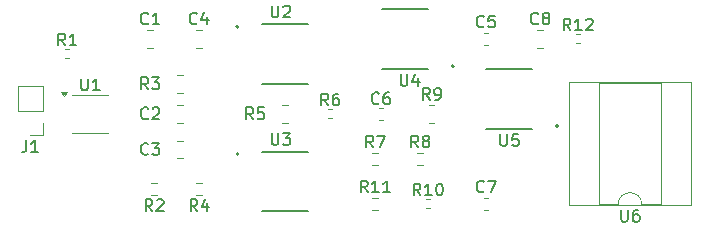
<source format=gbr>
%TF.GenerationSoftware,KiCad,Pcbnew,8.0.4*%
%TF.CreationDate,2024-11-18T10:32:11-08:00*%
%TF.ProjectId,Channel,4368616e-6e65-46c2-9e6b-696361645f70,rev?*%
%TF.SameCoordinates,Original*%
%TF.FileFunction,Legend,Top*%
%TF.FilePolarity,Positive*%
%FSLAX46Y46*%
G04 Gerber Fmt 4.6, Leading zero omitted, Abs format (unit mm)*
G04 Created by KiCad (PCBNEW 8.0.4) date 2024-11-18 10:32:11*
%MOMM*%
%LPD*%
G01*
G04 APERTURE LIST*
%ADD10C,0.150000*%
%ADD11C,0.120000*%
%ADD12C,0.127000*%
%ADD13C,0.200000*%
G04 APERTURE END LIST*
D10*
X130038095Y-89404819D02*
X130038095Y-90214342D01*
X130038095Y-90214342D02*
X130085714Y-90309580D01*
X130085714Y-90309580D02*
X130133333Y-90357200D01*
X130133333Y-90357200D02*
X130228571Y-90404819D01*
X130228571Y-90404819D02*
X130419047Y-90404819D01*
X130419047Y-90404819D02*
X130514285Y-90357200D01*
X130514285Y-90357200D02*
X130561904Y-90309580D01*
X130561904Y-90309580D02*
X130609523Y-90214342D01*
X130609523Y-90214342D02*
X130609523Y-89404819D01*
X131514285Y-89404819D02*
X131323809Y-89404819D01*
X131323809Y-89404819D02*
X131228571Y-89452438D01*
X131228571Y-89452438D02*
X131180952Y-89500057D01*
X131180952Y-89500057D02*
X131085714Y-89642914D01*
X131085714Y-89642914D02*
X131038095Y-89833390D01*
X131038095Y-89833390D02*
X131038095Y-90214342D01*
X131038095Y-90214342D02*
X131085714Y-90309580D01*
X131085714Y-90309580D02*
X131133333Y-90357200D01*
X131133333Y-90357200D02*
X131228571Y-90404819D01*
X131228571Y-90404819D02*
X131419047Y-90404819D01*
X131419047Y-90404819D02*
X131514285Y-90357200D01*
X131514285Y-90357200D02*
X131561904Y-90309580D01*
X131561904Y-90309580D02*
X131609523Y-90214342D01*
X131609523Y-90214342D02*
X131609523Y-89976247D01*
X131609523Y-89976247D02*
X131561904Y-89881009D01*
X131561904Y-89881009D02*
X131514285Y-89833390D01*
X131514285Y-89833390D02*
X131419047Y-89785771D01*
X131419047Y-89785771D02*
X131228571Y-89785771D01*
X131228571Y-89785771D02*
X131133333Y-89833390D01*
X131133333Y-89833390D02*
X131085714Y-89881009D01*
X131085714Y-89881009D02*
X131038095Y-89976247D01*
X118438333Y-87829580D02*
X118390714Y-87877200D01*
X118390714Y-87877200D02*
X118247857Y-87924819D01*
X118247857Y-87924819D02*
X118152619Y-87924819D01*
X118152619Y-87924819D02*
X118009762Y-87877200D01*
X118009762Y-87877200D02*
X117914524Y-87781961D01*
X117914524Y-87781961D02*
X117866905Y-87686723D01*
X117866905Y-87686723D02*
X117819286Y-87496247D01*
X117819286Y-87496247D02*
X117819286Y-87353390D01*
X117819286Y-87353390D02*
X117866905Y-87162914D01*
X117866905Y-87162914D02*
X117914524Y-87067676D01*
X117914524Y-87067676D02*
X118009762Y-86972438D01*
X118009762Y-86972438D02*
X118152619Y-86924819D01*
X118152619Y-86924819D02*
X118247857Y-86924819D01*
X118247857Y-86924819D02*
X118390714Y-86972438D01*
X118390714Y-86972438D02*
X118438333Y-87020057D01*
X118771667Y-86924819D02*
X119438333Y-86924819D01*
X119438333Y-86924819D02*
X119009762Y-87924819D01*
X84328095Y-78284819D02*
X84328095Y-79094342D01*
X84328095Y-79094342D02*
X84375714Y-79189580D01*
X84375714Y-79189580D02*
X84423333Y-79237200D01*
X84423333Y-79237200D02*
X84518571Y-79284819D01*
X84518571Y-79284819D02*
X84709047Y-79284819D01*
X84709047Y-79284819D02*
X84804285Y-79237200D01*
X84804285Y-79237200D02*
X84851904Y-79189580D01*
X84851904Y-79189580D02*
X84899523Y-79094342D01*
X84899523Y-79094342D02*
X84899523Y-78284819D01*
X85899523Y-79284819D02*
X85328095Y-79284819D01*
X85613809Y-79284819D02*
X85613809Y-78284819D01*
X85613809Y-78284819D02*
X85518571Y-78427676D01*
X85518571Y-78427676D02*
X85423333Y-78522914D01*
X85423333Y-78522914D02*
X85328095Y-78570533D01*
X90003333Y-84649580D02*
X89955714Y-84697200D01*
X89955714Y-84697200D02*
X89812857Y-84744819D01*
X89812857Y-84744819D02*
X89717619Y-84744819D01*
X89717619Y-84744819D02*
X89574762Y-84697200D01*
X89574762Y-84697200D02*
X89479524Y-84601961D01*
X89479524Y-84601961D02*
X89431905Y-84506723D01*
X89431905Y-84506723D02*
X89384286Y-84316247D01*
X89384286Y-84316247D02*
X89384286Y-84173390D01*
X89384286Y-84173390D02*
X89431905Y-83982914D01*
X89431905Y-83982914D02*
X89479524Y-83887676D01*
X89479524Y-83887676D02*
X89574762Y-83792438D01*
X89574762Y-83792438D02*
X89717619Y-83744819D01*
X89717619Y-83744819D02*
X89812857Y-83744819D01*
X89812857Y-83744819D02*
X89955714Y-83792438D01*
X89955714Y-83792438D02*
X90003333Y-83840057D01*
X90336667Y-83744819D02*
X90955714Y-83744819D01*
X90955714Y-83744819D02*
X90622381Y-84125771D01*
X90622381Y-84125771D02*
X90765238Y-84125771D01*
X90765238Y-84125771D02*
X90860476Y-84173390D01*
X90860476Y-84173390D02*
X90908095Y-84221009D01*
X90908095Y-84221009D02*
X90955714Y-84316247D01*
X90955714Y-84316247D02*
X90955714Y-84554342D01*
X90955714Y-84554342D02*
X90908095Y-84649580D01*
X90908095Y-84649580D02*
X90860476Y-84697200D01*
X90860476Y-84697200D02*
X90765238Y-84744819D01*
X90765238Y-84744819D02*
X90479524Y-84744819D01*
X90479524Y-84744819D02*
X90384286Y-84697200D01*
X90384286Y-84697200D02*
X90336667Y-84649580D01*
X90003333Y-81639580D02*
X89955714Y-81687200D01*
X89955714Y-81687200D02*
X89812857Y-81734819D01*
X89812857Y-81734819D02*
X89717619Y-81734819D01*
X89717619Y-81734819D02*
X89574762Y-81687200D01*
X89574762Y-81687200D02*
X89479524Y-81591961D01*
X89479524Y-81591961D02*
X89431905Y-81496723D01*
X89431905Y-81496723D02*
X89384286Y-81306247D01*
X89384286Y-81306247D02*
X89384286Y-81163390D01*
X89384286Y-81163390D02*
X89431905Y-80972914D01*
X89431905Y-80972914D02*
X89479524Y-80877676D01*
X89479524Y-80877676D02*
X89574762Y-80782438D01*
X89574762Y-80782438D02*
X89717619Y-80734819D01*
X89717619Y-80734819D02*
X89812857Y-80734819D01*
X89812857Y-80734819D02*
X89955714Y-80782438D01*
X89955714Y-80782438D02*
X90003333Y-80830057D01*
X90384286Y-80830057D02*
X90431905Y-80782438D01*
X90431905Y-80782438D02*
X90527143Y-80734819D01*
X90527143Y-80734819D02*
X90765238Y-80734819D01*
X90765238Y-80734819D02*
X90860476Y-80782438D01*
X90860476Y-80782438D02*
X90908095Y-80830057D01*
X90908095Y-80830057D02*
X90955714Y-80925295D01*
X90955714Y-80925295D02*
X90955714Y-81020533D01*
X90955714Y-81020533D02*
X90908095Y-81163390D01*
X90908095Y-81163390D02*
X90336667Y-81734819D01*
X90336667Y-81734819D02*
X90955714Y-81734819D01*
X90003333Y-73609580D02*
X89955714Y-73657200D01*
X89955714Y-73657200D02*
X89812857Y-73704819D01*
X89812857Y-73704819D02*
X89717619Y-73704819D01*
X89717619Y-73704819D02*
X89574762Y-73657200D01*
X89574762Y-73657200D02*
X89479524Y-73561961D01*
X89479524Y-73561961D02*
X89431905Y-73466723D01*
X89431905Y-73466723D02*
X89384286Y-73276247D01*
X89384286Y-73276247D02*
X89384286Y-73133390D01*
X89384286Y-73133390D02*
X89431905Y-72942914D01*
X89431905Y-72942914D02*
X89479524Y-72847676D01*
X89479524Y-72847676D02*
X89574762Y-72752438D01*
X89574762Y-72752438D02*
X89717619Y-72704819D01*
X89717619Y-72704819D02*
X89812857Y-72704819D01*
X89812857Y-72704819D02*
X89955714Y-72752438D01*
X89955714Y-72752438D02*
X90003333Y-72800057D01*
X90955714Y-73704819D02*
X90384286Y-73704819D01*
X90670000Y-73704819D02*
X90670000Y-72704819D01*
X90670000Y-72704819D02*
X90574762Y-72847676D01*
X90574762Y-72847676D02*
X90479524Y-72942914D01*
X90479524Y-72942914D02*
X90384286Y-72990533D01*
X100453095Y-82912819D02*
X100453095Y-83722342D01*
X100453095Y-83722342D02*
X100500714Y-83817580D01*
X100500714Y-83817580D02*
X100548333Y-83865200D01*
X100548333Y-83865200D02*
X100643571Y-83912819D01*
X100643571Y-83912819D02*
X100834047Y-83912819D01*
X100834047Y-83912819D02*
X100929285Y-83865200D01*
X100929285Y-83865200D02*
X100976904Y-83817580D01*
X100976904Y-83817580D02*
X101024523Y-83722342D01*
X101024523Y-83722342D02*
X101024523Y-82912819D01*
X101405476Y-82912819D02*
X102024523Y-82912819D01*
X102024523Y-82912819D02*
X101691190Y-83293771D01*
X101691190Y-83293771D02*
X101834047Y-83293771D01*
X101834047Y-83293771D02*
X101929285Y-83341390D01*
X101929285Y-83341390D02*
X101976904Y-83389009D01*
X101976904Y-83389009D02*
X102024523Y-83484247D01*
X102024523Y-83484247D02*
X102024523Y-83722342D01*
X102024523Y-83722342D02*
X101976904Y-83817580D01*
X101976904Y-83817580D02*
X101929285Y-83865200D01*
X101929285Y-83865200D02*
X101834047Y-83912819D01*
X101834047Y-83912819D02*
X101548333Y-83912819D01*
X101548333Y-83912819D02*
X101453095Y-83865200D01*
X101453095Y-83865200D02*
X101405476Y-83817580D01*
X90360833Y-89514819D02*
X90027500Y-89038628D01*
X89789405Y-89514819D02*
X89789405Y-88514819D01*
X89789405Y-88514819D02*
X90170357Y-88514819D01*
X90170357Y-88514819D02*
X90265595Y-88562438D01*
X90265595Y-88562438D02*
X90313214Y-88610057D01*
X90313214Y-88610057D02*
X90360833Y-88705295D01*
X90360833Y-88705295D02*
X90360833Y-88848152D01*
X90360833Y-88848152D02*
X90313214Y-88943390D01*
X90313214Y-88943390D02*
X90265595Y-88991009D01*
X90265595Y-88991009D02*
X90170357Y-89038628D01*
X90170357Y-89038628D02*
X89789405Y-89038628D01*
X90741786Y-88610057D02*
X90789405Y-88562438D01*
X90789405Y-88562438D02*
X90884643Y-88514819D01*
X90884643Y-88514819D02*
X91122738Y-88514819D01*
X91122738Y-88514819D02*
X91217976Y-88562438D01*
X91217976Y-88562438D02*
X91265595Y-88610057D01*
X91265595Y-88610057D02*
X91313214Y-88705295D01*
X91313214Y-88705295D02*
X91313214Y-88800533D01*
X91313214Y-88800533D02*
X91265595Y-88943390D01*
X91265595Y-88943390D02*
X90694167Y-89514819D01*
X90694167Y-89514819D02*
X91313214Y-89514819D01*
X105243333Y-80564819D02*
X104910000Y-80088628D01*
X104671905Y-80564819D02*
X104671905Y-79564819D01*
X104671905Y-79564819D02*
X105052857Y-79564819D01*
X105052857Y-79564819D02*
X105148095Y-79612438D01*
X105148095Y-79612438D02*
X105195714Y-79660057D01*
X105195714Y-79660057D02*
X105243333Y-79755295D01*
X105243333Y-79755295D02*
X105243333Y-79898152D01*
X105243333Y-79898152D02*
X105195714Y-79993390D01*
X105195714Y-79993390D02*
X105148095Y-80041009D01*
X105148095Y-80041009D02*
X105052857Y-80088628D01*
X105052857Y-80088628D02*
X104671905Y-80088628D01*
X106100476Y-79564819D02*
X105910000Y-79564819D01*
X105910000Y-79564819D02*
X105814762Y-79612438D01*
X105814762Y-79612438D02*
X105767143Y-79660057D01*
X105767143Y-79660057D02*
X105671905Y-79802914D01*
X105671905Y-79802914D02*
X105624286Y-79993390D01*
X105624286Y-79993390D02*
X105624286Y-80374342D01*
X105624286Y-80374342D02*
X105671905Y-80469580D01*
X105671905Y-80469580D02*
X105719524Y-80517200D01*
X105719524Y-80517200D02*
X105814762Y-80564819D01*
X105814762Y-80564819D02*
X106005238Y-80564819D01*
X106005238Y-80564819D02*
X106100476Y-80517200D01*
X106100476Y-80517200D02*
X106148095Y-80469580D01*
X106148095Y-80469580D02*
X106195714Y-80374342D01*
X106195714Y-80374342D02*
X106195714Y-80136247D01*
X106195714Y-80136247D02*
X106148095Y-80041009D01*
X106148095Y-80041009D02*
X106100476Y-79993390D01*
X106100476Y-79993390D02*
X106005238Y-79945771D01*
X106005238Y-79945771D02*
X105814762Y-79945771D01*
X105814762Y-79945771D02*
X105719524Y-79993390D01*
X105719524Y-79993390D02*
X105671905Y-80041009D01*
X105671905Y-80041009D02*
X105624286Y-80136247D01*
X82980833Y-75484819D02*
X82647500Y-75008628D01*
X82409405Y-75484819D02*
X82409405Y-74484819D01*
X82409405Y-74484819D02*
X82790357Y-74484819D01*
X82790357Y-74484819D02*
X82885595Y-74532438D01*
X82885595Y-74532438D02*
X82933214Y-74580057D01*
X82933214Y-74580057D02*
X82980833Y-74675295D01*
X82980833Y-74675295D02*
X82980833Y-74818152D01*
X82980833Y-74818152D02*
X82933214Y-74913390D01*
X82933214Y-74913390D02*
X82885595Y-74961009D01*
X82885595Y-74961009D02*
X82790357Y-75008628D01*
X82790357Y-75008628D02*
X82409405Y-75008628D01*
X83933214Y-75484819D02*
X83361786Y-75484819D01*
X83647500Y-75484819D02*
X83647500Y-74484819D01*
X83647500Y-74484819D02*
X83552262Y-74627676D01*
X83552262Y-74627676D02*
X83457024Y-74722914D01*
X83457024Y-74722914D02*
X83361786Y-74770533D01*
X100453095Y-72117819D02*
X100453095Y-72927342D01*
X100453095Y-72927342D02*
X100500714Y-73022580D01*
X100500714Y-73022580D02*
X100548333Y-73070200D01*
X100548333Y-73070200D02*
X100643571Y-73117819D01*
X100643571Y-73117819D02*
X100834047Y-73117819D01*
X100834047Y-73117819D02*
X100929285Y-73070200D01*
X100929285Y-73070200D02*
X100976904Y-73022580D01*
X100976904Y-73022580D02*
X101024523Y-72927342D01*
X101024523Y-72927342D02*
X101024523Y-72117819D01*
X101453095Y-72213057D02*
X101500714Y-72165438D01*
X101500714Y-72165438D02*
X101595952Y-72117819D01*
X101595952Y-72117819D02*
X101834047Y-72117819D01*
X101834047Y-72117819D02*
X101929285Y-72165438D01*
X101929285Y-72165438D02*
X101976904Y-72213057D01*
X101976904Y-72213057D02*
X102024523Y-72308295D01*
X102024523Y-72308295D02*
X102024523Y-72403533D01*
X102024523Y-72403533D02*
X101976904Y-72546390D01*
X101976904Y-72546390D02*
X101405476Y-73117819D01*
X101405476Y-73117819D02*
X102024523Y-73117819D01*
X108577142Y-87924819D02*
X108243809Y-87448628D01*
X108005714Y-87924819D02*
X108005714Y-86924819D01*
X108005714Y-86924819D02*
X108386666Y-86924819D01*
X108386666Y-86924819D02*
X108481904Y-86972438D01*
X108481904Y-86972438D02*
X108529523Y-87020057D01*
X108529523Y-87020057D02*
X108577142Y-87115295D01*
X108577142Y-87115295D02*
X108577142Y-87258152D01*
X108577142Y-87258152D02*
X108529523Y-87353390D01*
X108529523Y-87353390D02*
X108481904Y-87401009D01*
X108481904Y-87401009D02*
X108386666Y-87448628D01*
X108386666Y-87448628D02*
X108005714Y-87448628D01*
X109529523Y-87924819D02*
X108958095Y-87924819D01*
X109243809Y-87924819D02*
X109243809Y-86924819D01*
X109243809Y-86924819D02*
X109148571Y-87067676D01*
X109148571Y-87067676D02*
X109053333Y-87162914D01*
X109053333Y-87162914D02*
X108958095Y-87210533D01*
X110481904Y-87924819D02*
X109910476Y-87924819D01*
X110196190Y-87924819D02*
X110196190Y-86924819D01*
X110196190Y-86924819D02*
X110100952Y-87067676D01*
X110100952Y-87067676D02*
X110005714Y-87162914D01*
X110005714Y-87162914D02*
X109910476Y-87210533D01*
X94133333Y-73609580D02*
X94085714Y-73657200D01*
X94085714Y-73657200D02*
X93942857Y-73704819D01*
X93942857Y-73704819D02*
X93847619Y-73704819D01*
X93847619Y-73704819D02*
X93704762Y-73657200D01*
X93704762Y-73657200D02*
X93609524Y-73561961D01*
X93609524Y-73561961D02*
X93561905Y-73466723D01*
X93561905Y-73466723D02*
X93514286Y-73276247D01*
X93514286Y-73276247D02*
X93514286Y-73133390D01*
X93514286Y-73133390D02*
X93561905Y-72942914D01*
X93561905Y-72942914D02*
X93609524Y-72847676D01*
X93609524Y-72847676D02*
X93704762Y-72752438D01*
X93704762Y-72752438D02*
X93847619Y-72704819D01*
X93847619Y-72704819D02*
X93942857Y-72704819D01*
X93942857Y-72704819D02*
X94085714Y-72752438D01*
X94085714Y-72752438D02*
X94133333Y-72800057D01*
X94990476Y-73038152D02*
X94990476Y-73704819D01*
X94752381Y-72657200D02*
X94514286Y-73371485D01*
X94514286Y-73371485D02*
X95133333Y-73371485D01*
X109053333Y-84114819D02*
X108720000Y-83638628D01*
X108481905Y-84114819D02*
X108481905Y-83114819D01*
X108481905Y-83114819D02*
X108862857Y-83114819D01*
X108862857Y-83114819D02*
X108958095Y-83162438D01*
X108958095Y-83162438D02*
X109005714Y-83210057D01*
X109005714Y-83210057D02*
X109053333Y-83305295D01*
X109053333Y-83305295D02*
X109053333Y-83448152D01*
X109053333Y-83448152D02*
X109005714Y-83543390D01*
X109005714Y-83543390D02*
X108958095Y-83591009D01*
X108958095Y-83591009D02*
X108862857Y-83638628D01*
X108862857Y-83638628D02*
X108481905Y-83638628D01*
X109386667Y-83114819D02*
X110053333Y-83114819D01*
X110053333Y-83114819D02*
X109624762Y-84114819D01*
X125759642Y-74214819D02*
X125426309Y-73738628D01*
X125188214Y-74214819D02*
X125188214Y-73214819D01*
X125188214Y-73214819D02*
X125569166Y-73214819D01*
X125569166Y-73214819D02*
X125664404Y-73262438D01*
X125664404Y-73262438D02*
X125712023Y-73310057D01*
X125712023Y-73310057D02*
X125759642Y-73405295D01*
X125759642Y-73405295D02*
X125759642Y-73548152D01*
X125759642Y-73548152D02*
X125712023Y-73643390D01*
X125712023Y-73643390D02*
X125664404Y-73691009D01*
X125664404Y-73691009D02*
X125569166Y-73738628D01*
X125569166Y-73738628D02*
X125188214Y-73738628D01*
X126712023Y-74214819D02*
X126140595Y-74214819D01*
X126426309Y-74214819D02*
X126426309Y-73214819D01*
X126426309Y-73214819D02*
X126331071Y-73357676D01*
X126331071Y-73357676D02*
X126235833Y-73452914D01*
X126235833Y-73452914D02*
X126140595Y-73500533D01*
X127092976Y-73310057D02*
X127140595Y-73262438D01*
X127140595Y-73262438D02*
X127235833Y-73214819D01*
X127235833Y-73214819D02*
X127473928Y-73214819D01*
X127473928Y-73214819D02*
X127569166Y-73262438D01*
X127569166Y-73262438D02*
X127616785Y-73310057D01*
X127616785Y-73310057D02*
X127664404Y-73405295D01*
X127664404Y-73405295D02*
X127664404Y-73500533D01*
X127664404Y-73500533D02*
X127616785Y-73643390D01*
X127616785Y-73643390D02*
X127045357Y-74214819D01*
X127045357Y-74214819D02*
X127664404Y-74214819D01*
X79676666Y-83524819D02*
X79676666Y-84239104D01*
X79676666Y-84239104D02*
X79629047Y-84381961D01*
X79629047Y-84381961D02*
X79533809Y-84477200D01*
X79533809Y-84477200D02*
X79390952Y-84524819D01*
X79390952Y-84524819D02*
X79295714Y-84524819D01*
X80676666Y-84524819D02*
X80105238Y-84524819D01*
X80390952Y-84524819D02*
X80390952Y-83524819D01*
X80390952Y-83524819D02*
X80295714Y-83667676D01*
X80295714Y-83667676D02*
X80200476Y-83762914D01*
X80200476Y-83762914D02*
X80105238Y-83810533D01*
X98893333Y-81734819D02*
X98560000Y-81258628D01*
X98321905Y-81734819D02*
X98321905Y-80734819D01*
X98321905Y-80734819D02*
X98702857Y-80734819D01*
X98702857Y-80734819D02*
X98798095Y-80782438D01*
X98798095Y-80782438D02*
X98845714Y-80830057D01*
X98845714Y-80830057D02*
X98893333Y-80925295D01*
X98893333Y-80925295D02*
X98893333Y-81068152D01*
X98893333Y-81068152D02*
X98845714Y-81163390D01*
X98845714Y-81163390D02*
X98798095Y-81211009D01*
X98798095Y-81211009D02*
X98702857Y-81258628D01*
X98702857Y-81258628D02*
X98321905Y-81258628D01*
X99798095Y-80734819D02*
X99321905Y-80734819D01*
X99321905Y-80734819D02*
X99274286Y-81211009D01*
X99274286Y-81211009D02*
X99321905Y-81163390D01*
X99321905Y-81163390D02*
X99417143Y-81115771D01*
X99417143Y-81115771D02*
X99655238Y-81115771D01*
X99655238Y-81115771D02*
X99750476Y-81163390D01*
X99750476Y-81163390D02*
X99798095Y-81211009D01*
X99798095Y-81211009D02*
X99845714Y-81306247D01*
X99845714Y-81306247D02*
X99845714Y-81544342D01*
X99845714Y-81544342D02*
X99798095Y-81639580D01*
X99798095Y-81639580D02*
X99750476Y-81687200D01*
X99750476Y-81687200D02*
X99655238Y-81734819D01*
X99655238Y-81734819D02*
X99417143Y-81734819D01*
X99417143Y-81734819D02*
X99321905Y-81687200D01*
X99321905Y-81687200D02*
X99274286Y-81639580D01*
X94170833Y-89514819D02*
X93837500Y-89038628D01*
X93599405Y-89514819D02*
X93599405Y-88514819D01*
X93599405Y-88514819D02*
X93980357Y-88514819D01*
X93980357Y-88514819D02*
X94075595Y-88562438D01*
X94075595Y-88562438D02*
X94123214Y-88610057D01*
X94123214Y-88610057D02*
X94170833Y-88705295D01*
X94170833Y-88705295D02*
X94170833Y-88848152D01*
X94170833Y-88848152D02*
X94123214Y-88943390D01*
X94123214Y-88943390D02*
X94075595Y-88991009D01*
X94075595Y-88991009D02*
X93980357Y-89038628D01*
X93980357Y-89038628D02*
X93599405Y-89038628D01*
X95027976Y-88848152D02*
X95027976Y-89514819D01*
X94789881Y-88467200D02*
X94551786Y-89181485D01*
X94551786Y-89181485D02*
X95170833Y-89181485D01*
X123023333Y-73609580D02*
X122975714Y-73657200D01*
X122975714Y-73657200D02*
X122832857Y-73704819D01*
X122832857Y-73704819D02*
X122737619Y-73704819D01*
X122737619Y-73704819D02*
X122594762Y-73657200D01*
X122594762Y-73657200D02*
X122499524Y-73561961D01*
X122499524Y-73561961D02*
X122451905Y-73466723D01*
X122451905Y-73466723D02*
X122404286Y-73276247D01*
X122404286Y-73276247D02*
X122404286Y-73133390D01*
X122404286Y-73133390D02*
X122451905Y-72942914D01*
X122451905Y-72942914D02*
X122499524Y-72847676D01*
X122499524Y-72847676D02*
X122594762Y-72752438D01*
X122594762Y-72752438D02*
X122737619Y-72704819D01*
X122737619Y-72704819D02*
X122832857Y-72704819D01*
X122832857Y-72704819D02*
X122975714Y-72752438D01*
X122975714Y-72752438D02*
X123023333Y-72800057D01*
X123594762Y-73133390D02*
X123499524Y-73085771D01*
X123499524Y-73085771D02*
X123451905Y-73038152D01*
X123451905Y-73038152D02*
X123404286Y-72942914D01*
X123404286Y-72942914D02*
X123404286Y-72895295D01*
X123404286Y-72895295D02*
X123451905Y-72800057D01*
X123451905Y-72800057D02*
X123499524Y-72752438D01*
X123499524Y-72752438D02*
X123594762Y-72704819D01*
X123594762Y-72704819D02*
X123785238Y-72704819D01*
X123785238Y-72704819D02*
X123880476Y-72752438D01*
X123880476Y-72752438D02*
X123928095Y-72800057D01*
X123928095Y-72800057D02*
X123975714Y-72895295D01*
X123975714Y-72895295D02*
X123975714Y-72942914D01*
X123975714Y-72942914D02*
X123928095Y-73038152D01*
X123928095Y-73038152D02*
X123880476Y-73085771D01*
X123880476Y-73085771D02*
X123785238Y-73133390D01*
X123785238Y-73133390D02*
X123594762Y-73133390D01*
X123594762Y-73133390D02*
X123499524Y-73181009D01*
X123499524Y-73181009D02*
X123451905Y-73228628D01*
X123451905Y-73228628D02*
X123404286Y-73323866D01*
X123404286Y-73323866D02*
X123404286Y-73514342D01*
X123404286Y-73514342D02*
X123451905Y-73609580D01*
X123451905Y-73609580D02*
X123499524Y-73657200D01*
X123499524Y-73657200D02*
X123594762Y-73704819D01*
X123594762Y-73704819D02*
X123785238Y-73704819D01*
X123785238Y-73704819D02*
X123880476Y-73657200D01*
X123880476Y-73657200D02*
X123928095Y-73609580D01*
X123928095Y-73609580D02*
X123975714Y-73514342D01*
X123975714Y-73514342D02*
X123975714Y-73323866D01*
X123975714Y-73323866D02*
X123928095Y-73228628D01*
X123928095Y-73228628D02*
X123880476Y-73181009D01*
X123880476Y-73181009D02*
X123785238Y-73133390D01*
X111383095Y-77921819D02*
X111383095Y-78731342D01*
X111383095Y-78731342D02*
X111430714Y-78826580D01*
X111430714Y-78826580D02*
X111478333Y-78874200D01*
X111478333Y-78874200D02*
X111573571Y-78921819D01*
X111573571Y-78921819D02*
X111764047Y-78921819D01*
X111764047Y-78921819D02*
X111859285Y-78874200D01*
X111859285Y-78874200D02*
X111906904Y-78826580D01*
X111906904Y-78826580D02*
X111954523Y-78731342D01*
X111954523Y-78731342D02*
X111954523Y-77921819D01*
X112859285Y-78255152D02*
X112859285Y-78921819D01*
X112621190Y-77874200D02*
X112383095Y-78588485D01*
X112383095Y-78588485D02*
X113002142Y-78588485D01*
X113059642Y-88184819D02*
X112726309Y-87708628D01*
X112488214Y-88184819D02*
X112488214Y-87184819D01*
X112488214Y-87184819D02*
X112869166Y-87184819D01*
X112869166Y-87184819D02*
X112964404Y-87232438D01*
X112964404Y-87232438D02*
X113012023Y-87280057D01*
X113012023Y-87280057D02*
X113059642Y-87375295D01*
X113059642Y-87375295D02*
X113059642Y-87518152D01*
X113059642Y-87518152D02*
X113012023Y-87613390D01*
X113012023Y-87613390D02*
X112964404Y-87661009D01*
X112964404Y-87661009D02*
X112869166Y-87708628D01*
X112869166Y-87708628D02*
X112488214Y-87708628D01*
X114012023Y-88184819D02*
X113440595Y-88184819D01*
X113726309Y-88184819D02*
X113726309Y-87184819D01*
X113726309Y-87184819D02*
X113631071Y-87327676D01*
X113631071Y-87327676D02*
X113535833Y-87422914D01*
X113535833Y-87422914D02*
X113440595Y-87470533D01*
X114631071Y-87184819D02*
X114726309Y-87184819D01*
X114726309Y-87184819D02*
X114821547Y-87232438D01*
X114821547Y-87232438D02*
X114869166Y-87280057D01*
X114869166Y-87280057D02*
X114916785Y-87375295D01*
X114916785Y-87375295D02*
X114964404Y-87565771D01*
X114964404Y-87565771D02*
X114964404Y-87803866D01*
X114964404Y-87803866D02*
X114916785Y-87994342D01*
X114916785Y-87994342D02*
X114869166Y-88089580D01*
X114869166Y-88089580D02*
X114821547Y-88137200D01*
X114821547Y-88137200D02*
X114726309Y-88184819D01*
X114726309Y-88184819D02*
X114631071Y-88184819D01*
X114631071Y-88184819D02*
X114535833Y-88137200D01*
X114535833Y-88137200D02*
X114488214Y-88089580D01*
X114488214Y-88089580D02*
X114440595Y-87994342D01*
X114440595Y-87994342D02*
X114392976Y-87803866D01*
X114392976Y-87803866D02*
X114392976Y-87565771D01*
X114392976Y-87565771D02*
X114440595Y-87375295D01*
X114440595Y-87375295D02*
X114488214Y-87280057D01*
X114488214Y-87280057D02*
X114535833Y-87232438D01*
X114535833Y-87232438D02*
X114631071Y-87184819D01*
X113853333Y-80084819D02*
X113520000Y-79608628D01*
X113281905Y-80084819D02*
X113281905Y-79084819D01*
X113281905Y-79084819D02*
X113662857Y-79084819D01*
X113662857Y-79084819D02*
X113758095Y-79132438D01*
X113758095Y-79132438D02*
X113805714Y-79180057D01*
X113805714Y-79180057D02*
X113853333Y-79275295D01*
X113853333Y-79275295D02*
X113853333Y-79418152D01*
X113853333Y-79418152D02*
X113805714Y-79513390D01*
X113805714Y-79513390D02*
X113758095Y-79561009D01*
X113758095Y-79561009D02*
X113662857Y-79608628D01*
X113662857Y-79608628D02*
X113281905Y-79608628D01*
X114329524Y-80084819D02*
X114520000Y-80084819D01*
X114520000Y-80084819D02*
X114615238Y-80037200D01*
X114615238Y-80037200D02*
X114662857Y-79989580D01*
X114662857Y-79989580D02*
X114758095Y-79846723D01*
X114758095Y-79846723D02*
X114805714Y-79656247D01*
X114805714Y-79656247D02*
X114805714Y-79275295D01*
X114805714Y-79275295D02*
X114758095Y-79180057D01*
X114758095Y-79180057D02*
X114710476Y-79132438D01*
X114710476Y-79132438D02*
X114615238Y-79084819D01*
X114615238Y-79084819D02*
X114424762Y-79084819D01*
X114424762Y-79084819D02*
X114329524Y-79132438D01*
X114329524Y-79132438D02*
X114281905Y-79180057D01*
X114281905Y-79180057D02*
X114234286Y-79275295D01*
X114234286Y-79275295D02*
X114234286Y-79513390D01*
X114234286Y-79513390D02*
X114281905Y-79608628D01*
X114281905Y-79608628D02*
X114329524Y-79656247D01*
X114329524Y-79656247D02*
X114424762Y-79703866D01*
X114424762Y-79703866D02*
X114615238Y-79703866D01*
X114615238Y-79703866D02*
X114710476Y-79656247D01*
X114710476Y-79656247D02*
X114758095Y-79608628D01*
X114758095Y-79608628D02*
X114805714Y-79513390D01*
X118438333Y-73859580D02*
X118390714Y-73907200D01*
X118390714Y-73907200D02*
X118247857Y-73954819D01*
X118247857Y-73954819D02*
X118152619Y-73954819D01*
X118152619Y-73954819D02*
X118009762Y-73907200D01*
X118009762Y-73907200D02*
X117914524Y-73811961D01*
X117914524Y-73811961D02*
X117866905Y-73716723D01*
X117866905Y-73716723D02*
X117819286Y-73526247D01*
X117819286Y-73526247D02*
X117819286Y-73383390D01*
X117819286Y-73383390D02*
X117866905Y-73192914D01*
X117866905Y-73192914D02*
X117914524Y-73097676D01*
X117914524Y-73097676D02*
X118009762Y-73002438D01*
X118009762Y-73002438D02*
X118152619Y-72954819D01*
X118152619Y-72954819D02*
X118247857Y-72954819D01*
X118247857Y-72954819D02*
X118390714Y-73002438D01*
X118390714Y-73002438D02*
X118438333Y-73050057D01*
X119343095Y-72954819D02*
X118866905Y-72954819D01*
X118866905Y-72954819D02*
X118819286Y-73431009D01*
X118819286Y-73431009D02*
X118866905Y-73383390D01*
X118866905Y-73383390D02*
X118962143Y-73335771D01*
X118962143Y-73335771D02*
X119200238Y-73335771D01*
X119200238Y-73335771D02*
X119295476Y-73383390D01*
X119295476Y-73383390D02*
X119343095Y-73431009D01*
X119343095Y-73431009D02*
X119390714Y-73526247D01*
X119390714Y-73526247D02*
X119390714Y-73764342D01*
X119390714Y-73764342D02*
X119343095Y-73859580D01*
X119343095Y-73859580D02*
X119295476Y-73907200D01*
X119295476Y-73907200D02*
X119200238Y-73954819D01*
X119200238Y-73954819D02*
X118962143Y-73954819D01*
X118962143Y-73954819D02*
X118866905Y-73907200D01*
X118866905Y-73907200D02*
X118819286Y-73859580D01*
X90003333Y-79194819D02*
X89670000Y-78718628D01*
X89431905Y-79194819D02*
X89431905Y-78194819D01*
X89431905Y-78194819D02*
X89812857Y-78194819D01*
X89812857Y-78194819D02*
X89908095Y-78242438D01*
X89908095Y-78242438D02*
X89955714Y-78290057D01*
X89955714Y-78290057D02*
X90003333Y-78385295D01*
X90003333Y-78385295D02*
X90003333Y-78528152D01*
X90003333Y-78528152D02*
X89955714Y-78623390D01*
X89955714Y-78623390D02*
X89908095Y-78671009D01*
X89908095Y-78671009D02*
X89812857Y-78718628D01*
X89812857Y-78718628D02*
X89431905Y-78718628D01*
X90336667Y-78194819D02*
X90955714Y-78194819D01*
X90955714Y-78194819D02*
X90622381Y-78575771D01*
X90622381Y-78575771D02*
X90765238Y-78575771D01*
X90765238Y-78575771D02*
X90860476Y-78623390D01*
X90860476Y-78623390D02*
X90908095Y-78671009D01*
X90908095Y-78671009D02*
X90955714Y-78766247D01*
X90955714Y-78766247D02*
X90955714Y-79004342D01*
X90955714Y-79004342D02*
X90908095Y-79099580D01*
X90908095Y-79099580D02*
X90860476Y-79147200D01*
X90860476Y-79147200D02*
X90765238Y-79194819D01*
X90765238Y-79194819D02*
X90479524Y-79194819D01*
X90479524Y-79194819D02*
X90384286Y-79147200D01*
X90384286Y-79147200D02*
X90336667Y-79099580D01*
X109548333Y-80369580D02*
X109500714Y-80417200D01*
X109500714Y-80417200D02*
X109357857Y-80464819D01*
X109357857Y-80464819D02*
X109262619Y-80464819D01*
X109262619Y-80464819D02*
X109119762Y-80417200D01*
X109119762Y-80417200D02*
X109024524Y-80321961D01*
X109024524Y-80321961D02*
X108976905Y-80226723D01*
X108976905Y-80226723D02*
X108929286Y-80036247D01*
X108929286Y-80036247D02*
X108929286Y-79893390D01*
X108929286Y-79893390D02*
X108976905Y-79702914D01*
X108976905Y-79702914D02*
X109024524Y-79607676D01*
X109024524Y-79607676D02*
X109119762Y-79512438D01*
X109119762Y-79512438D02*
X109262619Y-79464819D01*
X109262619Y-79464819D02*
X109357857Y-79464819D01*
X109357857Y-79464819D02*
X109500714Y-79512438D01*
X109500714Y-79512438D02*
X109548333Y-79560057D01*
X110405476Y-79464819D02*
X110215000Y-79464819D01*
X110215000Y-79464819D02*
X110119762Y-79512438D01*
X110119762Y-79512438D02*
X110072143Y-79560057D01*
X110072143Y-79560057D02*
X109976905Y-79702914D01*
X109976905Y-79702914D02*
X109929286Y-79893390D01*
X109929286Y-79893390D02*
X109929286Y-80274342D01*
X109929286Y-80274342D02*
X109976905Y-80369580D01*
X109976905Y-80369580D02*
X110024524Y-80417200D01*
X110024524Y-80417200D02*
X110119762Y-80464819D01*
X110119762Y-80464819D02*
X110310238Y-80464819D01*
X110310238Y-80464819D02*
X110405476Y-80417200D01*
X110405476Y-80417200D02*
X110453095Y-80369580D01*
X110453095Y-80369580D02*
X110500714Y-80274342D01*
X110500714Y-80274342D02*
X110500714Y-80036247D01*
X110500714Y-80036247D02*
X110453095Y-79941009D01*
X110453095Y-79941009D02*
X110405476Y-79893390D01*
X110405476Y-79893390D02*
X110310238Y-79845771D01*
X110310238Y-79845771D02*
X110119762Y-79845771D01*
X110119762Y-79845771D02*
X110024524Y-79893390D01*
X110024524Y-79893390D02*
X109976905Y-79941009D01*
X109976905Y-79941009D02*
X109929286Y-80036247D01*
X112863333Y-84114819D02*
X112530000Y-83638628D01*
X112291905Y-84114819D02*
X112291905Y-83114819D01*
X112291905Y-83114819D02*
X112672857Y-83114819D01*
X112672857Y-83114819D02*
X112768095Y-83162438D01*
X112768095Y-83162438D02*
X112815714Y-83210057D01*
X112815714Y-83210057D02*
X112863333Y-83305295D01*
X112863333Y-83305295D02*
X112863333Y-83448152D01*
X112863333Y-83448152D02*
X112815714Y-83543390D01*
X112815714Y-83543390D02*
X112768095Y-83591009D01*
X112768095Y-83591009D02*
X112672857Y-83638628D01*
X112672857Y-83638628D02*
X112291905Y-83638628D01*
X113434762Y-83543390D02*
X113339524Y-83495771D01*
X113339524Y-83495771D02*
X113291905Y-83448152D01*
X113291905Y-83448152D02*
X113244286Y-83352914D01*
X113244286Y-83352914D02*
X113244286Y-83305295D01*
X113244286Y-83305295D02*
X113291905Y-83210057D01*
X113291905Y-83210057D02*
X113339524Y-83162438D01*
X113339524Y-83162438D02*
X113434762Y-83114819D01*
X113434762Y-83114819D02*
X113625238Y-83114819D01*
X113625238Y-83114819D02*
X113720476Y-83162438D01*
X113720476Y-83162438D02*
X113768095Y-83210057D01*
X113768095Y-83210057D02*
X113815714Y-83305295D01*
X113815714Y-83305295D02*
X113815714Y-83352914D01*
X113815714Y-83352914D02*
X113768095Y-83448152D01*
X113768095Y-83448152D02*
X113720476Y-83495771D01*
X113720476Y-83495771D02*
X113625238Y-83543390D01*
X113625238Y-83543390D02*
X113434762Y-83543390D01*
X113434762Y-83543390D02*
X113339524Y-83591009D01*
X113339524Y-83591009D02*
X113291905Y-83638628D01*
X113291905Y-83638628D02*
X113244286Y-83733866D01*
X113244286Y-83733866D02*
X113244286Y-83924342D01*
X113244286Y-83924342D02*
X113291905Y-84019580D01*
X113291905Y-84019580D02*
X113339524Y-84067200D01*
X113339524Y-84067200D02*
X113434762Y-84114819D01*
X113434762Y-84114819D02*
X113625238Y-84114819D01*
X113625238Y-84114819D02*
X113720476Y-84067200D01*
X113720476Y-84067200D02*
X113768095Y-84019580D01*
X113768095Y-84019580D02*
X113815714Y-83924342D01*
X113815714Y-83924342D02*
X113815714Y-83733866D01*
X113815714Y-83733866D02*
X113768095Y-83638628D01*
X113768095Y-83638628D02*
X113720476Y-83591009D01*
X113720476Y-83591009D02*
X113625238Y-83543390D01*
X119818095Y-83001819D02*
X119818095Y-83811342D01*
X119818095Y-83811342D02*
X119865714Y-83906580D01*
X119865714Y-83906580D02*
X119913333Y-83954200D01*
X119913333Y-83954200D02*
X120008571Y-84001819D01*
X120008571Y-84001819D02*
X120199047Y-84001819D01*
X120199047Y-84001819D02*
X120294285Y-83954200D01*
X120294285Y-83954200D02*
X120341904Y-83906580D01*
X120341904Y-83906580D02*
X120389523Y-83811342D01*
X120389523Y-83811342D02*
X120389523Y-83001819D01*
X121341904Y-83001819D02*
X120865714Y-83001819D01*
X120865714Y-83001819D02*
X120818095Y-83478009D01*
X120818095Y-83478009D02*
X120865714Y-83430390D01*
X120865714Y-83430390D02*
X120960952Y-83382771D01*
X120960952Y-83382771D02*
X121199047Y-83382771D01*
X121199047Y-83382771D02*
X121294285Y-83430390D01*
X121294285Y-83430390D02*
X121341904Y-83478009D01*
X121341904Y-83478009D02*
X121389523Y-83573247D01*
X121389523Y-83573247D02*
X121389523Y-83811342D01*
X121389523Y-83811342D02*
X121341904Y-83906580D01*
X121341904Y-83906580D02*
X121294285Y-83954200D01*
X121294285Y-83954200D02*
X121199047Y-84001819D01*
X121199047Y-84001819D02*
X120960952Y-84001819D01*
X120960952Y-84001819D02*
X120865714Y-83954200D01*
X120865714Y-83954200D02*
X120818095Y-83906580D01*
D11*
%TO.C,U6*%
X125660000Y-78610000D02*
X125660000Y-89010000D01*
X125660000Y-89010000D02*
X135940000Y-89010000D01*
X128150000Y-78670000D02*
X128150000Y-88950000D01*
X128150000Y-88950000D02*
X129800000Y-88950000D01*
X131800000Y-88950000D02*
X133450000Y-88950000D01*
X133450000Y-78670000D02*
X128150000Y-78670000D01*
X133450000Y-88950000D02*
X133450000Y-78670000D01*
X135940000Y-78610000D02*
X125660000Y-78610000D01*
X135940000Y-89010000D02*
X135940000Y-78610000D01*
X129800000Y-88950000D02*
G75*
G02*
X131800000Y-88950000I1000000J0D01*
G01*
%TO.C,C7*%
X118464420Y-88390000D02*
X118745580Y-88390000D01*
X118464420Y-89410000D02*
X118745580Y-89410000D01*
%TO.C,U1*%
X85090000Y-79670000D02*
X83590000Y-79670000D01*
X85090000Y-79670000D02*
X86590000Y-79670000D01*
X85090000Y-82890000D02*
X83590000Y-82890000D01*
X85090000Y-82890000D02*
X86590000Y-82890000D01*
X82877500Y-79795000D02*
X82637500Y-79465000D01*
X83117500Y-79465000D01*
X82877500Y-79795000D01*
G36*
X82877500Y-79795000D02*
G01*
X82637500Y-79465000D01*
X83117500Y-79465000D01*
X82877500Y-79795000D01*
G37*
%TO.C,C3*%
X92448748Y-83555000D02*
X92971252Y-83555000D01*
X92448748Y-85025000D02*
X92971252Y-85025000D01*
%TO.C,C2*%
X92448748Y-80545000D02*
X92971252Y-80545000D01*
X92448748Y-82015000D02*
X92971252Y-82015000D01*
%TO.C,C1*%
X89908748Y-74195000D02*
X90431252Y-74195000D01*
X89908748Y-75665000D02*
X90431252Y-75665000D01*
D12*
%TO.C,U3*%
X99650000Y-84470000D02*
X103550000Y-84470000D01*
X99650000Y-89520000D02*
X103550000Y-89520000D01*
D13*
X97660000Y-84690000D02*
G75*
G02*
X97460000Y-84690000I-100000J0D01*
G01*
X97460000Y-84690000D02*
G75*
G02*
X97660000Y-84690000I100000J0D01*
G01*
D11*
%TO.C,R2*%
X90782224Y-87107500D02*
X90272776Y-87107500D01*
X90782224Y-88152500D02*
X90272776Y-88152500D01*
%TO.C,R6*%
X105242379Y-80900000D02*
X105577621Y-80900000D01*
X105242379Y-81660000D02*
X105577621Y-81660000D01*
%TO.C,R1*%
X82979879Y-75820000D02*
X83315121Y-75820000D01*
X82979879Y-76580000D02*
X83315121Y-76580000D01*
D12*
%TO.C,U2*%
X99650000Y-73675000D02*
X103550000Y-73675000D01*
X99650000Y-78725000D02*
X103550000Y-78725000D01*
D13*
X97660000Y-73895000D02*
G75*
G02*
X97460000Y-73895000I-100000J0D01*
G01*
X97460000Y-73895000D02*
G75*
G02*
X97660000Y-73895000I100000J0D01*
G01*
D11*
%TO.C,R11*%
X108965276Y-88377500D02*
X109474724Y-88377500D01*
X108965276Y-89422500D02*
X109474724Y-89422500D01*
%TO.C,C4*%
X94038748Y-74195000D02*
X94561252Y-74195000D01*
X94038748Y-75665000D02*
X94561252Y-75665000D01*
%TO.C,R7*%
X108965276Y-84567500D02*
X109474724Y-84567500D01*
X108965276Y-85612500D02*
X109474724Y-85612500D01*
%TO.C,R12*%
X126234879Y-74550000D02*
X126570121Y-74550000D01*
X126234879Y-75310000D02*
X126570121Y-75310000D01*
%TO.C,J1*%
X78950000Y-81010000D02*
X78950000Y-78950000D01*
X81070000Y-78950000D02*
X78950000Y-78950000D01*
X81070000Y-81010000D02*
X78950000Y-81010000D01*
X81070000Y-81010000D02*
X81070000Y-78950000D01*
X81070000Y-82010000D02*
X81070000Y-83070000D01*
X81070000Y-83070000D02*
X80010000Y-83070000D01*
%TO.C,R5*%
X101372936Y-80545000D02*
X101827064Y-80545000D01*
X101372936Y-82015000D02*
X101827064Y-82015000D01*
%TO.C,R4*%
X94592224Y-87107500D02*
X94082776Y-87107500D01*
X94592224Y-88152500D02*
X94082776Y-88152500D01*
%TO.C,C8*%
X122928748Y-74195000D02*
X123451252Y-74195000D01*
X122928748Y-75665000D02*
X123451252Y-75665000D01*
D12*
%TO.C,U4*%
X113710000Y-72405000D02*
X109810000Y-72405000D01*
X113710000Y-77455000D02*
X109810000Y-77455000D01*
D13*
X115900000Y-77235000D02*
G75*
G02*
X115700000Y-77235000I-100000J0D01*
G01*
X115700000Y-77235000D02*
G75*
G02*
X115900000Y-77235000I100000J0D01*
G01*
D11*
%TO.C,R10*%
X113534879Y-88520000D02*
X113870121Y-88520000D01*
X113534879Y-89280000D02*
X113870121Y-89280000D01*
%TO.C,R9*%
X113792936Y-80545000D02*
X114247064Y-80545000D01*
X113792936Y-82015000D02*
X114247064Y-82015000D01*
%TO.C,C5*%
X118464420Y-74420000D02*
X118745580Y-74420000D01*
X118464420Y-75440000D02*
X118745580Y-75440000D01*
%TO.C,R3*%
X92482936Y-78005000D02*
X92937064Y-78005000D01*
X92482936Y-79475000D02*
X92937064Y-79475000D01*
%TO.C,C6*%
X109855580Y-80770000D02*
X109574420Y-80770000D01*
X109855580Y-81790000D02*
X109574420Y-81790000D01*
%TO.C,R8*%
X112775276Y-84567500D02*
X113284724Y-84567500D01*
X112775276Y-85612500D02*
X113284724Y-85612500D01*
D12*
%TO.C,U5*%
X122530000Y-77485000D02*
X118630000Y-77485000D01*
X122530000Y-82535000D02*
X118630000Y-82535000D01*
D13*
X124720000Y-82315000D02*
G75*
G02*
X124520000Y-82315000I-100000J0D01*
G01*
X124520000Y-82315000D02*
G75*
G02*
X124720000Y-82315000I100000J0D01*
G01*
%TD*%
M02*

</source>
